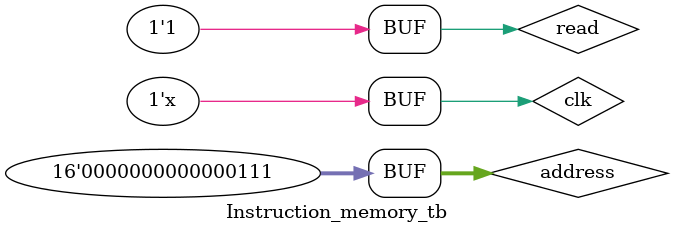
<source format=v>
module Instruction_memory_tb;
     reg clk,read;
     reg [15:0] address;

     wire[15:0] data_out;

     parameter clk_period = 10;

     Instruction_memory ins_mem1(clk,read,address,data_out);
    initial begin
       clk = 0;
    end
     
     always 
       #(clk_period/2) clk = ~clk;


     initial
         begin
            read = 1; address = 16'd0;
            #clk_period

            read = 1; address = 16'd12;
            #clk_period

            read = 0; address = 16'd23;
            #clk_period

            read = 1; address = 16'd7;
        


        end 
endmodule

</source>
